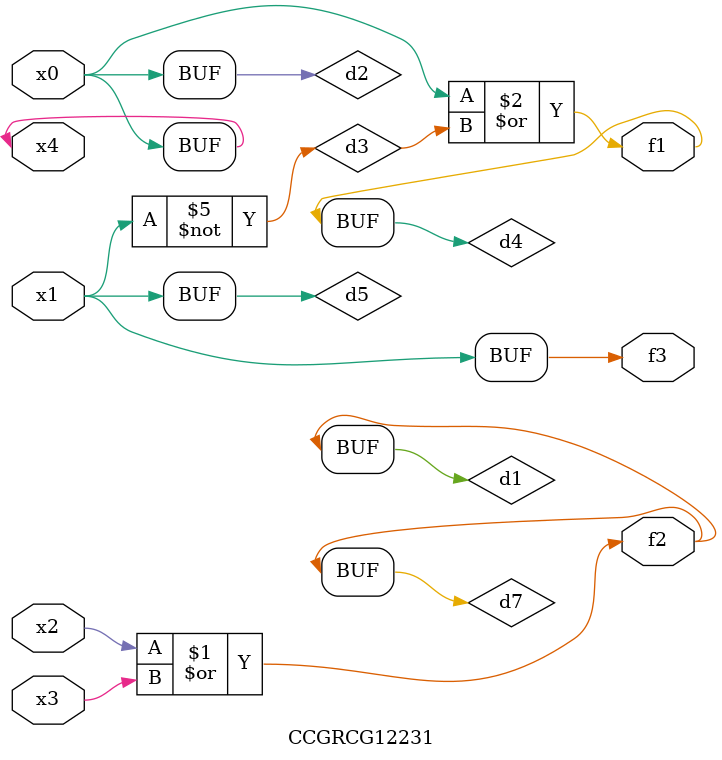
<source format=v>
module CCGRCG12231(
	input x0, x1, x2, x3, x4,
	output f1, f2, f3
);

	wire d1, d2, d3, d4, d5, d6, d7;

	or (d1, x2, x3);
	buf (d2, x0, x4);
	not (d3, x1);
	or (d4, d2, d3);
	not (d5, d3);
	nand (d6, d1, d3);
	or (d7, d1);
	assign f1 = d4;
	assign f2 = d7;
	assign f3 = d5;
endmodule

</source>
